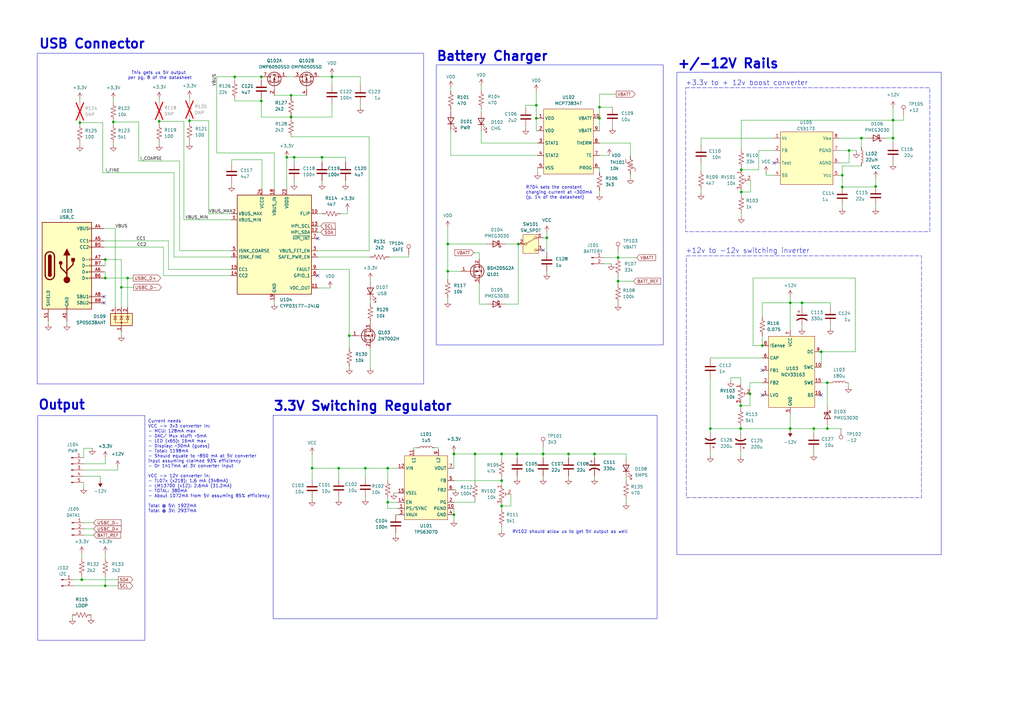
<source format=kicad_sch>
(kicad_sch (version 20231120) (generator "eeschema") (generator_version "8.0")
  (paper "A3")
  (junction (at 212.09 186.182))
  (junction (at 49.784 117.856))
  (junction (at 336.804 144.272))
  (junction (at 304.038 78.74))
  (junction (at 138.938 192.024))
  (junction (at 43.18 114.046))
  (junction (at 307.594 161.544))
  (junction (at 328.93 124.206))
  (junction (at 32.766 50.292))
  (junction (at 245.872 43.942))
  (junction (at 243.84 186.182))
  (junction (at 96.266 31.496))
  (junction (at 253.492 115.316))
  (junction (at 186.182 211.074))
  (junction (at 205.74 207.518))
  (junction (at 77.724 49.53))
  (junction (at 107.188 41.402))
  (junction (at 212.598 100.076))
  (junction (at 224.282 97.536))
  (junction (at 303.784 175.768))
  (junction (at 194.818 186.182))
  (junction (at 46.482 50.038))
  (junction (at 339.344 175.768))
  (junction (at 345.44 71.882))
  (junction (at 143.256 137.668))
  (junction (at 136.144 31.496))
  (junction (at 333.756 175.768))
  (junction (at 159.004 205.994))
  (junction (at 33.528 237.744))
  (junction (at 117.602 64.516))
  (junction (at 119.38 48.006))
  (junction (at 52.324 114.046))
  (junction (at 359.156 76.454))
  (junction (at 119.38 39.116))
  (junction (at 205.74 197.104))
  (junction (at 159.004 192.024))
  (junction (at 339.344 156.972))
  (junction (at 366.268 49.276))
  (junction (at 366.268 56.642))
  (junction (at 348.234 61.722))
  (junction (at 303.784 166.37))
  (junction (at 149.86 192.024))
  (junction (at 312.674 141.732))
  (junction (at 205.74 186.182))
  (junction (at 304.038 69.596))
  (junction (at 353.314 56.642))
  (junction (at 291.338 175.768))
  (junction (at 324.104 124.206))
  (junction (at 43.18 106.426))
  (junction (at 245.872 48.514))
  (junction (at 128.016 192.024))
  (junction (at 65.278 49.784))
  (junction (at 253.492 105.664))
  (junction (at 324.104 175.768))
  (junction (at 183.642 111.252))
  (junction (at 219.964 48.514))
  (junction (at 345.44 76.708))
  (junction (at 43.18 240.284))
  (junction (at 183.642 100.076))
  (junction (at 219.964 43.18))
  (junction (at 107.188 31.496))
  (junction (at 120.65 64.516))
  (junction (at 233.172 186.182))
  (junction (at 222.758 186.182))
  (junction (at 132.08 64.516))
  (junction (at 186.182 186.182))
  (no_connect (at 222.758 102.616))
  (no_connect (at 42.672 121.666))
  (no_connect (at 312.674 151.892))
  (no_connect (at 42.672 124.206))
  (no_connect (at 336.804 162.052))
  (no_connect (at 130.302 113.03))
  (no_connect (at 312.674 162.052))
  (no_connect (at 317.5 66.802))
  (no_connect (at 130.302 97.79))
  (wire (pts (xy 205.74 206.502) (xy 205.74 207.518)))
  (wire (pts (xy 243.84 187.706) (xy 243.84 186.182)))
  (wire (pts (xy 304.038 78.74) (xy 304.038 79.756)))
  (wire (pts (xy 340.614 124.206) (xy 340.614 125.984)))
  (wire (pts (xy 33.528 226.822) (xy 33.528 228.854)))
  (wire (pts (xy 96.266 41.402) (xy 107.188 41.402)))
  (wire (pts (xy 328.93 124.206) (xy 340.614 124.206)))
  (wire (pts (xy 47.244 93.726) (xy 47.244 125.984)))
  (wire (pts (xy 212.598 100.076) (xy 212.598 124.714)))
  (wire (pts (xy 205.74 195.834) (xy 205.74 197.104)))
  (wire (pts (xy 130.302 92.71) (xy 131.572 92.71)))
  (wire (pts (xy 215.646 51.816) (xy 215.646 52.578)))
  (wire (pts (xy 32.766 50.292) (xy 32.766 51.054)))
  (wire (pts (xy 212.598 124.714) (xy 207.264 124.714)))
  (wire (pts (xy 339.344 156.972) (xy 340.36 156.972)))
  (wire (pts (xy 112.522 77.47) (xy 112.522 62.738)))
  (wire (pts (xy 128.016 186.182) (xy 128.016 192.024)))
  (wire (pts (xy 324.104 124.206) (xy 324.104 135.382)))
  (wire (pts (xy 119.38 47.498) (xy 119.38 48.006)))
  (wire (pts (xy 345.44 76.708) (xy 345.44 71.882)))
  (wire (pts (xy 299.72 154.94) (xy 299.72 156.21)))
  (wire (pts (xy 304.038 49.276) (xy 366.268 49.276)))
  (wire (pts (xy 339.344 175.768) (xy 333.756 175.768)))
  (wire (pts (xy 96.266 40.64) (xy 96.266 41.402)))
  (wire (pts (xy 344.17 56.642) (xy 353.314 56.642)))
  (wire (pts (xy 32.766 50.292) (xy 42.164 50.292)))
  (wire (pts (xy 183.642 122.174) (xy 183.642 123.444)))
  (wire (pts (xy 287.528 67.056) (xy 287.528 70.104)))
  (wire (pts (xy 42.164 70.866) (xy 71.374 70.866)))
  (wire (pts (xy 353.314 56.642) (xy 355.6 56.642)))
  (wire (pts (xy 340.614 133.604) (xy 340.614 134.62)))
  (wire (pts (xy 314.198 70.866) (xy 314.198 71.882)))
  (wire (pts (xy 112.522 39.116) (xy 119.38 39.116)))
  (wire (pts (xy 77.724 57.912) (xy 77.724 58.674)))
  (wire (pts (xy 215.646 44.196) (xy 215.646 43.18)))
  (wire (pts (xy 222.758 97.536) (xy 224.282 97.536)))
  (wire (pts (xy 253.492 105.664) (xy 261.112 105.664)))
  (wire (pts (xy 353.314 68.072) (xy 345.44 68.072)))
  (wire (pts (xy 186.182 208.534) (xy 186.182 211.074)))
  (wire (pts (xy 34.544 216.916) (xy 38.354 216.916)))
  (wire (pts (xy 291.338 147.32) (xy 291.338 146.812)))
  (wire (pts (xy 245.872 43.942) (xy 251.206 43.942)))
  (wire (pts (xy 147.828 35.052) (xy 147.828 31.496)))
  (wire (pts (xy 67.056 113.03) (xy 67.056 101.346)))
  (wire (pts (xy 344.17 71.882) (xy 345.44 71.882)))
  (wire (pts (xy 52.324 125.984) (xy 52.324 114.046)))
  (wire (pts (xy 207.264 100.076) (xy 212.598 100.076)))
  (wire (pts (xy 37.338 252.222) (xy 37.338 253.238)))
  (wire (pts (xy 197.358 35.052) (xy 197.358 37.084)))
  (wire (pts (xy 307.848 73.914) (xy 307.848 78.74)))
  (wire (pts (xy 212.09 186.182) (xy 205.74 186.182)))
  (wire (pts (xy 324.104 175.768) (xy 324.104 176.53)))
  (wire (pts (xy 32.766 58.674) (xy 32.766 59.436)))
  (wire (pts (xy 138.938 192.024) (xy 149.86 192.024)))
  (wire (pts (xy 143.256 150.368) (xy 143.256 150.876)))
  (wire (pts (xy 312.674 130.048) (xy 312.674 124.206)))
  (wire (pts (xy 184.912 53.34) (xy 184.912 63.754)))
  (wire (pts (xy 183.642 100.076) (xy 199.644 100.076)))
  (wire (pts (xy 178.562 183.642) (xy 179.832 183.642)))
  (wire (pts (xy 43.18 114.046) (xy 42.672 114.046)))
  (wire (pts (xy 256.794 204.724) (xy 256.794 206.248)))
  (wire (pts (xy 253.492 124.206) (xy 253.492 124.714)))
  (wire (pts (xy 77.724 49.53) (xy 77.724 50.292)))
  (wire (pts (xy 366.268 49.276) (xy 366.268 56.642)))
  (wire (pts (xy 258.572 71.628) (xy 258.572 72.898)))
  (wire (pts (xy 312.674 156.972) (xy 307.594 156.972)))
  (wire (pts (xy 73.66 102.87) (xy 73.66 66.04)))
  (wire (pts (xy 370.586 49.276) (xy 366.268 49.276)))
  (wire (pts (xy 247.65 108.204) (xy 250.698 108.204)))
  (wire (pts (xy 194.818 186.182) (xy 186.182 186.182)))
  (wire (pts (xy 27.432 131.826) (xy 27.432 132.842)))
  (wire (pts (xy 119.38 48.006) (xy 119.38 48.514)))
  (wire (pts (xy 42.672 106.426) (xy 43.18 106.426)))
  (wire (pts (xy 65.278 49.784) (xy 65.278 50.8)))
  (wire (pts (xy 151.892 123.19) (xy 151.892 124.46)))
  (wire (pts (xy 32.766 49.53) (xy 32.766 50.292)))
  (wire (pts (xy 339.344 166.624) (xy 339.344 156.972)))
  (wire (pts (xy 222.758 195.326) (xy 222.758 196.088)))
  (wire (pts (xy 46.482 58.674) (xy 46.482 59.436)))
  (wire (pts (xy 49.784 117.856) (xy 49.784 106.426)))
  (wire (pts (xy 245.872 78.232) (xy 245.872 79.502)))
  (wire (pts (xy 107.188 31.496) (xy 107.442 31.496)))
  (wire (pts (xy 96.266 31.496) (xy 107.188 31.496)))
  (wire (pts (xy 291.338 175.768) (xy 303.784 175.768)))
  (wire (pts (xy 169.672 183.642) (xy 169.672 184.404)))
  (wire (pts (xy 307.594 166.37) (xy 303.784 166.37)))
  (wire (pts (xy 251.206 51.562) (xy 251.206 52.324)))
  (wire (pts (xy 85.598 49.53) (xy 77.724 49.53)))
  (wire (pts (xy 304.038 68.834) (xy 304.038 69.596)))
  (wire (pts (xy 52.324 114.046) (xy 43.18 114.046)))
  (wire (pts (xy 42.672 93.726) (xy 47.244 93.726)))
  (wire (pts (xy 196.596 124.714) (xy 199.644 124.714)))
  (wire (pts (xy 142.494 87.63) (xy 142.494 86.106)))
  (wire (pts (xy 291.338 146.812) (xy 312.674 146.812)))
  (wire (pts (xy 151.892 114.554) (xy 151.892 115.57)))
  (wire (pts (xy 205.74 188.214) (xy 205.74 186.182)))
  (wire (pts (xy 304.038 69.596) (xy 304.038 70.104)))
  (wire (pts (xy 34.29 187.706) (xy 34.29 183.896)))
  (wire (pts (xy 307.594 156.972) (xy 307.594 161.544)))
  (wire (pts (xy 370.586 47.244) (xy 370.586 49.276)))
  (wire (pts (xy 130.302 118.11) (xy 135.382 118.11)))
  (wire (pts (xy 348.234 61.722) (xy 348.234 66.802)))
  (wire (pts (xy 43.18 106.426) (xy 43.18 108.966)))
  (wire (pts (xy 43.18 190.246) (xy 43.18 187.706)))
  (wire (pts (xy 344.932 175.768) (xy 339.344 175.768)))
  (wire (pts (xy 222.758 186.182) (xy 212.09 186.182)))
  (wire (pts (xy 77.724 39.878) (xy 77.724 41.148)))
  (wire (pts (xy 336.804 144.272) (xy 350.774 144.272)))
  (wire (pts (xy 73.66 66.04) (xy 56.896 66.04)))
  (wire (pts (xy 328.93 126.238) (xy 328.93 124.206)))
  (wire (pts (xy 224.282 97.536) (xy 224.282 103.632)))
  (wire (pts (xy 56.896 66.04) (xy 56.896 50.038)))
  (wire (pts (xy 151.384 102.87) (xy 130.302 102.87)))
  (wire (pts (xy 212.09 195.326) (xy 212.09 196.088)))
  (wire (pts (xy 32.766 40.64) (xy 32.766 41.91)))
  (wire (pts (xy 303.784 175.768) (xy 324.104 175.768)))
  (wire (pts (xy 304.038 87.376) (xy 304.038 88.9)))
  (wire (pts (xy 163.322 208.534) (xy 159.004 208.534)))
  (wire (pts (xy 344.17 61.722) (xy 348.234 61.722)))
  (wire (pts (xy 19.812 131.826) (xy 19.812 132.842)))
  (wire (pts (xy 245.872 68.834) (xy 245.872 70.612)))
  (wire (pts (xy 67.056 101.346) (xy 42.672 101.346)))
  (wire (pts (xy 43.18 240.284) (xy 48.514 240.284)))
  (wire (pts (xy 224.282 111.252) (xy 224.282 112.014)))
  (wire (pts (xy 138.938 192.024) (xy 138.938 196.342)))
  (wire (pts (xy 303.784 157.734) (xy 303.784 154.94)))
  (wire (pts (xy 94.996 74.93) (xy 94.996 75.946)))
  (wire (pts (xy 196.596 103.632) (xy 196.596 106.172)))
  (wire (pts (xy 333.756 185.166) (xy 333.756 186.182)))
  (wire (pts (xy 85.598 87.63) (xy 85.598 49.53)))
  (wire (pts (xy 159.004 205.994) (xy 163.322 205.994)))
  (wire (pts (xy 43.18 106.426) (xy 49.784 106.426)))
  (wire (pts (xy 287.528 59.436) (xy 287.528 56.642)))
  (wire (pts (xy 117.602 64.516) (xy 117.602 77.47)))
  (wire (pts (xy 112.522 62.738) (xy 88.9 62.738)))
  (wire (pts (xy 333.756 175.768) (xy 324.104 175.768)))
  (wire (pts (xy 183.642 93.218) (xy 183.642 100.076)))
  (wire (pts (xy 314.198 71.882) (xy 317.5 71.882)))
  (wire (pts (xy 159.004 204.47) (xy 159.004 205.994)))
  (wire (pts (xy 130.302 110.49) (xy 143.256 110.49)))
  (wire (pts (xy 350.774 144.272) (xy 350.774 114.046)))
  (wire (pts (xy 167.64 105.41) (xy 167.64 104.394)))
  (wire (pts (xy 186.182 205.994) (xy 194.818 205.994)))
  (wire (pts (xy 291.338 175.768) (xy 291.338 177.292)))
  (wire (pts (xy 65.278 49.276) (xy 65.278 49.784)))
  (wire (pts (xy 186.182 200.914) (xy 186.944 200.914)))
  (wire (pts (xy 194.818 197.612) (xy 194.818 186.182)))
  (wire (pts (xy 209.55 202.692) (xy 209.55 207.518)))
  (wire (pts (xy 151.384 56.134) (xy 151.384 102.87)))
  (wire (pts (xy 162.306 218.694) (xy 162.306 219.456)))
  (wire (pts (xy 311.15 69.596) (xy 304.038 69.596)))
  (wire (pts (xy 119.38 56.134) (xy 151.384 56.134)))
  (wire (pts (xy 183.642 100.076) (xy 183.642 111.252)))
  (wire (pts (xy 43.18 108.966) (xy 42.672 108.966)))
  (wire (pts (xy 363.22 56.642) (xy 366.268 56.642)))
  (wire (pts (xy 136.144 31.496) (xy 136.144 35.052)))
  (wire (pts (xy 94.996 67.31) (xy 94.996 65.532)))
  (wire (pts (xy 139.7 87.63) (xy 142.494 87.63)))
  (wire (pts (xy 317.5 61.722) (xy 311.15 61.722)))
  (wire (pts (xy 34.544 214.376) (xy 38.354 214.376)))
  (wire (pts (xy 196.596 116.332) (xy 196.596 124.714)))
  (wire (pts (xy 184.912 35.814) (xy 184.912 37.338)))
  (wire (pts (xy 30.226 240.284) (xy 43.18 240.284)))
  (wire (pts (xy 144.272 137.668) (xy 143.256 137.668)))
  (wire (pts (xy 65.278 58.42) (xy 65.278 59.182)))
  (wire (pts (xy 351.282 62.23) (xy 351.282 61.722)))
  (wire (pts (xy 353.314 56.642) (xy 353.314 60.452)))
  (wire (pts (xy 46.482 49.53) (xy 46.482 50.038)))
  (wire (pts (xy 130.81 31.496) (xy 136.144 31.496)))
  (wire (pts (xy 245.872 43.942) (xy 245.872 48.514)))
  (wire (pts (xy 291.338 184.912) (xy 291.338 186.944)))
  (wire (pts (xy 209.55 207.518) (xy 205.74 207.518)))
  (wire (pts (xy 359.156 76.454) (xy 359.156 76.708)))
  (wire (pts (xy 94.742 113.03) (xy 67.056 113.03)))
  (wire (pts (xy 233.172 186.182) (xy 222.758 186.182)))
  (wire (pts (xy 107.188 31.496) (xy 107.188 32.766)))
  (wire (pts (xy 308.864 114.046) (xy 308.864 141.732)))
  (wire (pts (xy 253.492 115.316) (xy 253.492 116.586)))
  (wire (pts (xy 128.016 192.024) (xy 128.016 196.596)))
  (wire (pts (xy 141.732 66.548) (xy 141.732 64.516)))
  (wire (pts (xy 243.84 186.182) (xy 233.172 186.182)))
  (wire (pts (xy 179.832 183.642) (xy 179.832 184.404)))
  (wire (pts (xy 94.742 87.63) (xy 85.598 87.63)))
  (wire (pts (xy 43.18 111.506) (xy 42.672 111.506)))
  (wire (pts (xy 194.31 103.632) (xy 196.596 103.632)))
  (wire (pts (xy 107.442 65.532) (xy 107.442 77.47)))
  (wire (pts (xy 184.912 63.754) (xy 220.472 63.754)))
  (wire (pts (xy 308.864 141.732) (xy 312.674 141.732)))
  (wire (pts (xy 88.9 31.496) (xy 88.9 62.738)))
  (wire (pts (xy 33.528 237.744) (xy 48.514 237.744)))
  (wire (pts (xy 159.512 105.41) (xy 167.64 105.41)))
  (wire (pts (xy 245.872 48.514) (xy 245.872 53.594)))
  (wire (pts (xy 69.088 110.49) (xy 69.088 98.806)))
  (wire (pts (xy 186.182 185.42) (xy 186.182 186.182)))
  (wire (pts (xy 94.742 102.87) (xy 73.66 102.87)))
  (wire (pts (xy 197.358 53.594) (xy 197.358 58.674)))
  (wire (pts (xy 107.188 48.006) (xy 107.188 41.402)))
  (wire (pts (xy 48.26 192.786) (xy 48.26 191.516)))
  (wire (pts (xy 159.004 192.024) (xy 163.322 192.024)))
  (wire (pts (xy 130.302 87.63) (xy 132.08 87.63)))
  (wire (pts (xy 312.674 137.668) (xy 312.674 141.732)))
  (wire (pts (xy 212.09 187.706) (xy 212.09 186.182)))
  (wire (pts (xy 324.104 169.672) (xy 324.104 175.768)))
  (wire (pts (xy 159.004 192.024) (xy 159.004 196.85)))
  (wire (pts (xy 258.572 58.674) (xy 258.572 64.008)))
  (wire (pts (xy 205.74 197.104) (xy 205.74 198.882)))
  (wire (pts (xy 253.492 115.316) (xy 259.842 115.316)))
  (wire (pts (xy 56.896 50.038) (xy 46.482 50.038)))
  (wire (pts (xy 54.61 114.046) (xy 52.324 114.046)))
  (wire (pts (xy 303.784 185.166) (xy 303.784 187.198)))
  (wire (pts (xy 46.482 40.64) (xy 46.482 41.91)))
  (wire (pts (xy 350.774 114.046) (xy 308.864 114.046)))
  (wire (pts (xy 253.492 103.378) (xy 253.492 105.664)))
  (wire (pts (xy 43.18 111.506) (xy 43.18 114.046)))
  (wire (pts (xy 143.256 137.668) (xy 143.256 142.748)))
  (wire (pts (xy 96.266 31.496) (xy 96.266 33.02)))
  (wire (pts (xy 247.65 105.664) (xy 253.492 105.664)))
  (wire (pts (xy 151.892 105.41) (xy 130.302 105.41)))
  (wire (pts (xy 348.234 66.802) (xy 344.17 66.802)))
  (wire (pts (xy 132.08 64.516) (xy 132.08 66.548)))
  (wire (pts (xy 224.282 95.25) (xy 224.282 97.536)))
  (wire (pts (xy 119.38 48.006) (xy 107.188 48.006)))
  (wire (pts (xy 256.794 186.182) (xy 243.84 186.182)))
  (wire (pts (xy 138.938 203.962) (xy 138.938 204.724)))
  (wire (pts (xy 30.226 237.744) (xy 33.528 237.744)))
  (wire (pts (xy 119.38 39.116) (xy 125.73 39.116)))
  (wire (pts (xy 75.438 49.784) (xy 65.278 49.784)))
  (wire (pts (xy 324.104 121.666) (xy 324.104 124.206)))
  (wire (pts (xy 49.784 117.856) (xy 54.864 117.856)))
  (wire (pts (xy 245.872 63.754) (xy 249.936 63.754)))
  (wire (pts (xy 149.86 203.708) (xy 149.86 204.47)))
  (wire (pts (xy 197.358 44.704) (xy 197.358 45.974)))
  (wire (pts (xy 347.98 156.972) (xy 347.98 158.496)))
  (wire (pts (xy 161.544 202.184) (xy 163.322 202.184)))
  (wire (pts (xy 345.44 76.708) (xy 359.156 76.708)))
  (wire (pts (xy 112.522 123.19) (xy 112.522 124.46)))
  (wire (pts (xy 188.976 111.252) (xy 183.642 111.252)))
  (wire (pts (xy 170.942 183.642) (xy 169.672 183.642)))
  (wire (pts (xy 33.528 236.474) (xy 33.528 237.744)))
  (wire (pts (xy 339.344 174.244) (xy 339.344 175.768)))
  (wire (pts (xy 130.302 95.25) (xy 131.572 95.25)))
  (wire (pts (xy 303.784 154.94) (xy 299.72 154.94)))
  (wire (pts (xy 184.912 44.958) (xy 184.912 45.72)))
  (wire (pts (xy 252.73 38.608) (xy 245.872 38.608)))
  (wire (pts (xy 94.996 65.532) (xy 107.442 65.532)))
  (wire (pts (xy 128.016 204.216) (xy 128.016 204.978)))
  (wire (pts (xy 162.306 211.074) (xy 163.322 211.074)))
  (wire (pts (xy 71.374 105.41) (xy 94.742 105.41)))
  (wire (pts (xy 141.732 74.168) (xy 141.732 75.184)))
  (wire (pts (xy 197.358 58.674) (xy 220.472 58.674)))
  (wire (pts (xy 233.172 195.326) (xy 233.172 196.088)))
  (wire (pts (xy 222.758 187.706) (xy 222.758 186.182)))
  (wire (pts (xy 147.828 31.496) (xy 136.144 31.496)))
  (wire (pts (xy 345.44 84.328) (xy 345.44 85.344)))
  (wire (pts (xy 312.674 124.206) (xy 324.104 124.206)))
  (wire (pts (xy 151.892 132.08) (xy 151.892 132.588)))
  (wire (pts (xy 219.964 53.594) (xy 220.472 53.594)))
  (wire (pts (xy 351.282 61.722) (xy 348.234 61.722)))
  (wire (pts (xy 291.338 154.94) (xy 291.338 175.768)))
  (wire (pts (xy 194.818 205.994) (xy 194.818 205.232)))
  (wire (pts (xy 215.646 43.18) (xy 219.964 43.18)))
  (wire (pts (xy 69.088 98.806) (xy 42.672 98.806)))
  (wire (pts (xy 136.144 42.672) (xy 136.144 48.006)))
  (wire (pts (xy 136.144 30.734) (xy 136.144 31.496)))
  (wire (pts (xy 345.44 68.072) (xy 345.44 71.882)))
  (wire (pts (xy 120.65 64.516) (xy 120.65 66.548)))
  (wire (pts (xy 220.472 68.834) (xy 220.472 70.866)))
  (wire (pts (xy 49.784 125.984) (xy 49.784 117.856)))
  (wire (pts (xy 307.848 78.74) (xy 304.038 78.74)))
  (wire (pts (xy 303.784 175.006) (xy 303.784 175.768)))
  (wire (pts (xy 34.29 197.866) (xy 34.29 199.898)))
  (wire (pts (xy 245.872 38.608) (xy 245.872 43.942)))
  (wire (pts (xy 256.794 197.104) (xy 256.794 195.834)))
  (wire (pts (xy 333.756 175.768) (xy 333.756 177.546)))
  (wire (pts (xy 219.964 37.338) (xy 219.964 43.18)))
  (wire (pts (xy 88.9 31.496) (xy 96.266 31.496)))
  (wire (pts (xy 205.74 186.182) (xy 194.818 186.182)))
  (wire (pts (xy 303.784 166.37) (xy 303.784 167.386)))
  (wire (pts (xy 253.492 113.284) (xy 253.492 115.316)))
  (wire (pts (xy 43.18 236.474) (xy 43.18 240.284)))
  (wire (pts (xy 303.784 175.768) (xy 303.784 177.546)))
  (wire (pts (xy 186.182 197.104) (xy 205.74 197.104)))
  (wire (pts (xy 219.964 48.514) (xy 219.964 53.594)))
  (wire (pts (xy 77.724 48.768) (xy 77.724 49.53)))
  (wire (pts (xy 117.602 31.496) (xy 120.65 31.496)))
  (wire (pts (xy 151.892 142.748) (xy 151.892 150.876)))
  (wire (pts (xy 366.268 66.294) (xy 366.268 67.056)))
  (wire (pts (xy 34.29 192.786) (xy 48.26 192.786)))
  (wire (pts (xy 336.804 144.272) (xy 336.804 150.622)))
  (wire (pts (xy 186.182 211.074) (xy 186.182 213.36)))
  (wire (pts (xy 34.29 183.896) (xy 37.846 183.896)))
  (wire (pts (xy 245.872 58.674) (xy 258.572 58.674)))
  (wire (pts (xy 132.08 74.168) (xy 132.08 75.184)))
  (wire (pts (xy 339.344 156.972) (xy 336.804 156.972)))
  (wire (pts (xy 219.964 48.514) (xy 220.472 48.514)))
  (wire (pts (xy 34.29 190.246) (xy 43.18 190.246)))
  (wire (pts (xy 75.438 49.784) (xy 75.438 90.17)))
  (wire (pts (xy 233.172 187.706) (xy 233.172 186.182)))
  (wire (pts (xy 303.784 165.354) (xy 303.784 166.37)))
  (wire (pts (xy 141.732 64.516) (xy 132.08 64.516)))
  (wire (pts (xy 159.004 205.994) (xy 159.004 208.534)))
  (wire (pts (xy 43.18 226.822) (xy 43.18 228.854)))
  (wire (pts (xy 128.016 192.024) (xy 138.938 192.024)))
  (wire (pts (xy 287.528 56.642) (xy 317.5 56.642)))
  (wire (pts (xy 359.156 84.074) (xy 359.156 85.344)))
  (wire (pts (xy 149.86 192.024) (xy 149.86 196.088)))
  (wire (pts (xy 147.828 42.672) (xy 147.828 43.942)))
  (wire (pts (xy 366.268 56.642) (xy 366.268 58.674)))
  (wire (pts (xy 243.84 195.326) (xy 243.84 196.088)))
  (wire (pts (xy 41.148 195.326) (xy 41.148 197.104)))
  (wire (pts (xy 132.08 64.516) (xy 120.65 64.516)))
  (wire (pts (xy 186.182 186.182) (xy 186.182 192.024)))
  (wire (pts (xy 205.74 216.154) (xy 205.74 217.678)))
  (wire (pts (xy 65.278 40.386) (xy 65.278 41.656)))
  (wire (pts (xy 75.438 90.17) (xy 94.742 90.17)))
  (wire (pts (xy 366.268 44.196) (xy 366.268 49.276)))
  (wire (pts (xy 359.156 72.898) (xy 359.156 76.454)))
  (wire (pts (xy 328.93 133.858) (xy 328.93 134.62)))
  (wire (pts (xy 219.964 43.18) (xy 219.964 48.514)))
  (wire (pts (xy 324.104 124.206) (xy 328.93 124.206)))
  (wire (pts (xy 71.374 70.866) (xy 71.374 105.41)))
  (wire (pts (xy 136.144 48.006) (xy 119.38 48.006)))
  (wire (pts (xy 94.742 110.49) (xy 69.088 110.49)))
  (wire (pts (xy 143.256 110.49) (xy 143.256 137.668)))
  (wire (pts (xy 183.642 111.252) (xy 183.642 114.554)))
  (wire (pts (xy 42.164 50.292) (xy 42.164 70.866)))
  (wire (pts (xy 46.482 50.038) (xy 46.482 51.054)))
  (wire (pts (xy 120.65 64.516) (xy 117.602 64.516)))
  (wire (pts (xy 222.758 183.388) (xy 222.758 186.182)))
  (wire (pts (xy 119.38 39.116) (xy 119.38 39.878)))
  (wire (pts (xy 311.15 61.722) (xy 311.15 69.596)))
  (wire (pts (xy 34.29 195.326) (xy 41.148 195.326)))
  (wire (pts (xy 287.528 77.724) (xy 287.528 79.248)))
  (wire (pts (xy 307.594 161.544) (xy 307.594 166.37)))
  (wire (pts (xy 304.038 77.724) (xy 304.038 78.74)))
  (wire (pts (xy 256.794 188.214) (xy 256.794 186.182)))
  (wire (pts (xy 344.932 176.022) (xy 344.932 175.768)))
  (wire (pts (xy 49.784 136.144) (xy 49.784 137.414)))
  (wire (pts (xy 120.65 74.168) (xy 120.65 75.184)))
  (wire (pts (xy 205.74 207.518) (xy 205.74 208.534)))
  (wire (pts (xy 304.038 61.214) (xy 304.038 49.276)))
  (wire (pts (xy 107.188 41.402) (xy 107.188 40.386)))
  (wire (pts (xy 34.544 219.456) (xy 38.354 219.456)))
  (wire (pts (xy 149.86 192.024) (xy 159.004 192.024)))
  (wire (pts (xy 29.718 252.222) (xy 29.718 253.492)))
  (rectangle (start 277.622 29.6418) (end 386.08 227.457))
  (rectangle (start 281.178 35.9918) (end 381.381 94.996) (stroke (width 0) (type dash)))
  (rectangle (start 281.5082 104.9528) (end 377.952 204.089) (stroke (width 0) (type dash)))
  (rectangle (start 15.24 21.844) (end 173.736 157.48))
  (rectangle (start 15.494 170.434) (end 59.436 262.636))
  (rectangle (start 178.8922 26.6192) (end 272.034 141.478))
  (rectangle (start 112.014 170.3324) (end 269.494 253.746))
  (text "This gets us 5V output \nper pg. 8 of the datasheet" (at 65.532 30.988 0) (effects (font (size 1.27 1.27))))
  (text "3.3V Switching Regulator" (at 112.014 168.91 0) (effects (font (size 3.81 3.81) (thickness 0.762) (bold yes)) (justify left bottom)))
  (text "Current needs\nVCC -> 3v3 converter in:\n- MCU: 128mA max\n- DAC/ Mux stuff: ~5mA\n- LED (x65): 16mA max\n- Display: ~30mA (guess)\n- Total: 1198mA\n- Should equate to ~850 mA at 5V converter\ninput assuming claimed 93% efficiency\n- Or 1417mA at 3V converter input\n\nVCC -> 12V converter in:\n- TL07x (x218): 1.6 mA (348mA)\n- LM13700 (x12): 2.6mA (31.2mA)\n- TOTAL: 380mA \n- About 1072mA from 5V assuming 85% efficiency\n\nTotal @ 5V: 1922mA\nTotal @ 3V: 2937mA" (at 60.706 191.262 0) (effects (font (size 1.27 1.27)) (justify left)))
  (text "RV102 should allow us to get 5V output as well" (at 210.058 218.186 0) (effects (font (size 1.27 1.27)) (justify left)))
  (text "R704 sets the constant\ncharging current at ~300mA\n(p. 14 of the datasheet)" (at 215.646 81.788 0) (effects (font (size 1.27 1.27)) (justify left bottom)))
  (text "Output" (at 15.494 168.402 0) (effects (font (size 3.81 3.81) (thickness 0.762) (bold yes)) (justify left bottom)))
  (text "Battery Charger" (at 178.816 25.4 0) (effects (font (size 3.81 3.81) (thickness 0.762) (bold yes)) (justify left bottom)))
  (text "USB Connector" (at 15.748 20.32 0) (effects (font (size 3.81 3.81) (thickness 0.762) (bold yes)) (justify left bottom)))
  (text "+12v to -12v switching inverter" (at 281.178 104.14 0) (effects (font (size 2.032 2.032)) (justify left bottom)))
  (text "+3.3v to + 12v boost converter" (at 281.178 35.306 0) (effects (font (size 2.032 2.032)) (justify left bottom)))
  (text "+/-12V Rails" (at 277.622 28.448 0) (effects (font (size 3.81 3.81) (thickness 0.762) (bold yes)) (justify left bottom)))
  (label "VBUS_MAX" (at 85.598 87.63 0))
  (label "VBUS" (at 47.244 93.726 0))
  (label "CC2" (at 56.134 101.346 0))
  (label "CC1" (at 55.88 98.806 0))
  (label "VBUS_MIN" (at 75.946 90.17 0))
  (label "VBUS" (at 88.9 35.306 90))
  (label "I_COARSE" (at 57.404 66.04 0))
  (label "I_FINE" (at 43.18 70.866 0))
  (global_label "VBATT" (shape output) (at 252.73 38.608 0) (property "Intersheetrefs" "${INTERSHEET_REFS}" (effects (hide yes))))
  (global_label "SCL" (shape output) (at 48.514 240.284 0) (property "Intersheetrefs" "${INTERSHEET_REFS}" (effects (hide yes))))
  (global_label "USBC_D-" (shape input) (at 38.354 214.376 0) (property "Intersheetrefs" "${INTERSHEET_REFS}" (effects (hide yes))))
  (global_label "BATT_REF" (shape input) (at 259.842 115.316 0) (property "Intersheetrefs" "${INTERSHEET_REFS}" (effects (hide yes))))
  (global_label "VBATT" (shape input) (at 194.31 103.632 180) (property "Intersheetrefs" "${INTERSHEET_REFS}" (effects (hide yes))))
  (global_label "BATT_REF" (shape input) (at 38.354 219.456 0) (property "Intersheetrefs" "${INTERSHEET_REFS}" (effects (hide yes))))
  (global_label "USBC_D+" (shape input) (at 38.354 216.916 0) (property "Intersheetrefs" "${INTERSHEET_REFS}" (effects (hide yes))))
  (global_label "VBATT" (shape input) (at 261.112 105.664 0) (property "Intersheetrefs" "${INTERSHEET_REFS}" (effects (hide yes))))
  (global_label "USBC_D+" (shape output) (at 54.61 114.046 0) (property "Intersheetrefs" "${INTERSHEET_REFS}" (effects (hide yes))))
  (global_label "SDA" (shape output) (at 48.514 237.744 0) (property "Intersheetrefs" "${INTERSHEET_REFS}" (effects (hide yes))))
  (global_label "SCL" (shape input) (at 131.572 92.71 0) (property "Intersheetrefs" "${INTERSHEET_REFS}" (effects (hide yes))))
  (global_label "SDA" (shape input) (at 131.572 95.25 0) (property "Intersheetrefs" "${INTERSHEET_REFS}" (effects (hide yes))))
  (global_label "USBC_D-" (shape output) (at 54.864 117.856 0) (property "Intersheetrefs" "${INTERSHEET_REFS}" (effects (hide yes))))
  (symbol (lib_id "power:GND") (at 347.98 158.496 0) (unit 1)
    (property "Reference" "#PWR0135" (effects (hide yes)))
    (property "Value" "GND" (effects (hide yes)))
  )
  (symbol (lib_id "Device:R_US") (at 205.74 192.024 0) (unit 1)
    (property "Reference" "R105" (at 199.644 190.754 0) (effects (justify left)))
    (property "Value" "47k" (at 199.644 193.294 0) (effects (justify left)))
    (property "Footprint" "Resistor_SMD:R_0805_2012Metric" (effects (hide yes)))
  )
  (symbol (lib_id "power:GND") (at 161.544 202.184 0) (unit 1)
    (property "Reference" "#PWR0101" (effects (hide yes)))
    (property "Value" "GND" (effects (hide yes)))
  )
  (symbol (lib_id "Device:R_Potentiometer_Trim_US") (at 304.038 73.914 0) (unit 1)
    (property "Reference" "RV101" (at 301.752 72.6439 0) (effects (justify right)))
    (property "Value" "10k" (at 301.752 75.1839 0) (effects (justify right)))
    (property "Footprint" "Potentiometer_THT:Potentiometer_Bourns_3296W_Vertical" (effects (hide yes)))
    (property "Description" "Trim-potentiometer, US symbol" (effects (hide yes)))
  )
  (symbol (lib_id "Device:L") (at 353.314 64.262 0) (unit 1)
    (property "Reference" "L102" (at 354.965 62.992 0) (effects (justify left)))
    (property "Value" "22uH" (at 354.965 65.532 0) (effects (justify left)))
    (property "Footprint" "Inductor_SMD:L_Changjiang_FNR4010S" (effects (hide yes)))
  )
  (symbol (lib_id "Battery_Management:MCP73834T") (at 238.252 65.024 0) (unit 1)
    (property "Reference" "U102" (at 233.172 39.878 0))
    (property "Value" "MCP73834T" (at 233.172 42.418 0))
    (property "Footprint" "Package_SO:MSOP-10_3x3mm_P0.5mm" (effects (hide yes)))
  )
  (symbol (lib_id "Device:R_US") (at 96.266 36.83 0) (unit 1)
    (property "Reference" "R126" (at 89.662 35.306 0) (effects (justify left)))
    (property "Value" "22k" (at 89.662 37.846 0) (effects (justify left)))
    (property "Footprint" "Resistor_SMD:R_0805_2012Metric" (effects (hide yes)))
    (property "Description" "Resistor, US symbol" (effects (hide yes)))
  )
  (symbol (lib_id "Device:C_Polarized_US") (at 328.93 130.048 0) (unit 1)
    (property "Reference" "C113" (at 332.486 128.1429 0) (effects (justify left)))
    (property "Value" "330u" (at 332.486 130.6829 0) (effects (justify left)))
    (property "Footprint" "Capacitor_THT:CP_Radial_D5.0mm_P2.50mm" (effects (hide yes)))
    (property "Description" "Polarized capacitor, US symbol" (effects (hide yes)))
  )
  (symbol (lib_id "Device:R_US") (at 253.492 120.396 0) (unit 1)
    (property "Reference" "R108" (at 255.397 119.126 0) (effects (justify left)))
    (property "Value" "100k" (at 255.397 121.666 0) (effects (justify left)))
    (property "Footprint" "Resistor_SMD:R_0805_2012Metric" (effects (hide yes)))
  )
  (symbol (lib_id "Device:R_US") (at 43.18 232.664 0) (unit 1)
    (property "Reference" "R133" (at 45.72 231.3939 0) (effects (justify left)))
    (property "Value" "2k2" (at 45.72 233.9339 0) (effects (justify left)))
    (property "Footprint" "Resistor_SMD:R_0805_2012Metric" (effects (hide yes)))
  )
  (symbol (lib_id "Device:LED") (at 256.794 192.024 90) (unit 1)
    (property "Reference" "D108" (at 260.35 192.3414 90) (effects (justify right)))
    (property "Value" "SMPS" (at 260.35 194.8814 90) (effects (justify right)))
    (property "Footprint" "LED_THT:LED_D3.0mm" (effects (hide yes)))
  )
  (symbol (lib_id "Device:C") (at 132.08 70.358 0) (mirror y) (unit 1)
    (property "Reference" "C119" (at 134.366 69.088 0) (effects (justify right)))
    (property "Value" "100n" (at 134.366 71.628 0) (effects (justify right)))
    (property "Footprint" "Capacitor_SMD:C_0805_2012Metric" (effects (hide yes)))
  )
  (symbol (lib_id "power:GND") (at 243.84 196.088 0) (mirror y) (unit 1)
    (property "Reference" "#PWR0122" (effects (hide yes)))
    (property "Value" "GND" (effects (hide yes)))
  )
  (symbol (lib_id "Device:C_Polarized_US") (at 303.784 181.356 180) (unit 1)
    (property "Reference" "C125" (at 307.848 180.7209 0) (effects (justify right)))
    (property "Value" "220u" (at 307.848 183.2609 0) (effects (justify right)))
    (property "Footprint" "Capacitor_THT:CP_Radial_D5.0mm_P2.50mm" (effects (hide yes)))
    (property "Description" "Polarized capacitor, US symbol" (effects (hide yes)))
  )
  (symbol (lib_id "power:GND") (at 351.282 62.23 0) (unit 1)
    (property "Reference" "#PWR0140" (effects (hide yes)))
    (property "Value" "GND" (effects (hide yes)))
  )
  (symbol (lib_id "power:GND") (at 359.156 85.344 0) (mirror y) (unit 1)
    (property "Reference" "#PWR0142" (effects (hide yes)))
    (property "Value" "GND" (effects (hide yes)))
  )
  (symbol (lib_id "Connector:Conn_01x02_Pin") (at 25.146 237.744 0) (unit 1)
    (property "Reference" "J102" (at 25.781 232.918 0))
    (property "Value" "I2C" (at 25.781 235.458 0))
    (property "Footprint" "Connector_PinHeader_2.54mm:PinHeader_1x02_P2.54mm_Vertical" (effects (hide yes)))
    (property "Description" "Generic connector, single row, 01x02, script generated" (effects (hide yes)))
  )
  (symbol (lib_id "Device:C") (at 222.758 191.516 0) (mirror y) (unit 1)
    (property "Reference" "C107" (at 226.06 190.2459 0) (effects (justify right)))
    (property "Value" "22u" (at 226.06 192.7859 0) (effects (justify right)))
    (property "Footprint" "Capacitor_SMD:C_0805_2012Metric" (effects (hide yes)))
    (property "Description" "Unpolarized capacitor" (effects (hide yes)))
  )
  (symbol (lib_id "Device:R_US") (at 312.674 133.858 0) (unit 1)
    (property "Reference" "R116" (at 314.579 132.588 0) (effects (justify left)))
    (property "Value" "0.075" (at 314.579 135.128 0) (effects (justify left)))
    (property "Footprint" "Resistor_SMD:R_0805_2012Metric" (effects (hide yes)))
  )
  (symbol (lib_id "Device:C") (at 136.144 38.862 0) (mirror y) (unit 1)
    (property "Reference" "C122" (at 144.399 37.592 0) (effects (justify left)))
    (property "Value" "100n" (at 144.399 40.132 0) (effects (justify left)))
    (property "Footprint" "Capacitor_SMD:C_0805_2012Metric" (effects (hide yes)))
  )
  (symbol (lib_id "Switch:SW_SPDT") (at 217.678 100.076 0) (unit 1)
    (property "Reference" "SW101" (at 217.678 91.948 0))
    (property "Value" "SW_SPDT" (at 217.678 94.488 0))
    (property "Footprint" "Button_Switch_THT:SW_NKK_B12JH_SPDT" (effects (hide yes)))
    (property "Description" "Switch, single pole double throw" (effects (hide yes)))
  )
  (symbol (lib_id "power:GND") (at 65.278 59.182 0) (unit 1)
    (property "Reference" "#PWR0150" (effects (hide yes)))
    (property "Value" "GND" (effects (hide yes)))
  )
  (symbol (lib_id "Device:C") (at 107.188 36.576 0) (unit 1)
    (property "Reference" "C121" (at 98.933 35.306 0) (effects (justify left)))
    (property "Value" "4u7" (at 98.933 37.846 0) (effects (justify left)))
    (property "Footprint" "Capacitor_SMD:C_0805_2012Metric" (effects (hide yes)))
  )
  (symbol (lib_id "Device:R_US") (at 135.89 87.63 90) (unit 1)
    (property "Reference" "R114" (at 135.89 81.28 90))
    (property "Value" "4k7" (at 135.89 83.82 90))
    (property "Footprint" "Resistor_SMD:R_0805_2012Metric" (effects (hide yes)))
    (property "Description" "Resistor, US symbol" (effects (hide yes)))
  )
  (symbol (lib_id "power:VDD") (at 249.936 63.754 0) (unit 1)
    (property "Reference" "#PWR0123" (effects (hide yes)))
    (property "Value" "VDD" (at 252.73 63.754 0))
  )
  (symbol (lib_id "Device:C") (at 162.306 214.884 0) (unit 1)
    (property "Reference" "C104" (at 159.004 213.6139 0) (effects (justify right)))
    (property "Value" "100n" (at 159.004 216.1539 0) (effects (justify right)))
    (property "Footprint" "Capacitor_SMD:C_0805_2012Metric" (effects (hide yes)))
    (property "Description" "Unpolarized capacitor" (effects (hide yes)))
  )
  (symbol (lib_id "Device:R_Potentiometer_Trim_US") (at 303.784 161.544 0) (unit 1)
    (property "Reference" "RV103" (at 301.498 160.2739 0) (effects (justify right)))
    (property "Value" "10k" (at 301.498 162.8139 0) (effects (justify right)))
    (property "Footprint" "Potentiometer_THT:Potentiometer_Bourns_3296W_Vertical" (effects (hide yes)))
    (property "Description" "Trim-potentiometer, US symbol" (effects (hide yes)))
  )
  (symbol (lib_id "Regulator_Switching:TPS63070") (at 174.752 198.374 0) (unit 1)
    (property "Reference" "U101" (at 174.752 215.646 0))
    (property "Value" "TPS63070" (at 174.752 218.186 0))
    (property "Footprint" "Package_DFN_QFN:TXN_QFN15" (effects (hide yes)))
  )
  (symbol (lib_id "power:GND") (at 19.812 132.842 0) (mirror y) (unit 1)
    (property "Reference" "#PWR0157" (effects (hide yes)))
    (property "Value" "GND" (effects (hide yes)))
  )
  (symbol (lib_id "power:GND") (at 250.698 108.204 0) (unit 1)
    (property "Reference" "#PWR0121" (effects (hide yes)))
    (property "Value" "GND" (effects (hide yes)))
  )
  (symbol (lib_id "Device:C") (at 141.732 70.358 0) (mirror y) (unit 1)
    (property "Reference" "C120" (at 145.288 69.088 0) (effects (justify right)))
    (property "Value" "4u7" (at 145.288 71.628 0) (effects (justify right)))
    (property "Footprint" "Capacitor_SMD:C_0805_2012Metric" (effects (hide yes)))
  )
  (symbol (lib_id "power:GND") (at 253.492 124.714 0) (unit 1)
    (property "Reference" "#PWR0126" (effects (hide yes)))
    (property "Value" "GND" (effects (hide yes)))
  )
  (symbol (lib_id "Device:C") (at 333.756 181.356 0) (mirror y) (unit 1)
    (property "Reference" "C127" (at 342.011 180.086 0) (effects (justify left)))
    (property "Value" "10u" (at 342.011 182.626 0) (effects (justify left)))
    (property "Footprint" "Capacitor_SMD:C_0805_2012Metric" (effects (hide yes)))
  )
  (symbol (lib_id "Device:R_US") (at 77.724 54.102 0) (unit 1)
    (property "Reference" "R121" (at 80.01 52.8319 0) (effects (justify left)))
    (property "Value" "100" (at 80.01 55.3719 0) (effects (justify left)))
    (property "Footprint" "Resistor_SMD:R_0805_2012Metric" (effects (hide yes)))
    (property "Description" "Resistor, US symbol" (effects (hide yes)))
  )
  (symbol (lib_id "power:GND") (at 37.338 253.238 0) (mirror y) (unit 1)
    (property "Reference" "#PWR0169" (effects (hide yes)))
    (property "Value" "GND" (effects (hide yes)))
  )
  (symbol (lib_id "power:GND") (at 224.282 112.014 0) (unit 1)
    (property "Reference" "#PWR0179" (effects (hide yes)))
    (property "Value" "GND" (effects (hide yes)))
  )
  (symbol (lib_id "power:GND") (at 138.938 204.724 0) (unit 1)
    (property "Reference" "#PWR0104" (effects (hide yes)))
    (property "Value" "GND" (effects (hide yes)))
  )
  (symbol (lib_id "Connector:TestPoint") (at 222.758 183.388 0) (unit 1)
    (property "Reference" "TP101" (at 224.536 178.8159 0) (effects (justify left)))
    (property "Value" "3V3" (at 224.536 181.3559 0) (effects (justify left)))
    (property "Footprint" "TestPoint:TestPoint_THTPad_D1.0mm_Drill0.5mm_VAL" (effects (hide yes)))
  )
  (symbol (lib_id "power:GND") (at 94.996 75.946 0) (unit 1)
    (property "Reference" "#PWR0136" (effects (hide yes)))
    (property "Value" "GND" (effects (hide yes)))
  )
  (symbol (lib_id "power:GND") (at 183.642 123.444 0) (unit 1)
    (property "Reference" "#PWR0177" (effects (hide yes)))
    (property "Value" "GND" (effects (hide yes)))
  )
  (symbol (lib_id "power:GND") (at 222.758 196.088 0) (mirror y) (unit 1)
    (property "Reference" "#PWR0116" (effects (hide yes)))
    (property "Value" "GND" (effects (hide yes)))
  )
  (symbol (lib_id "Interface_USB:CYPD3177-24LQ") (at 112.522 100.33 0) (unit 1)
    (property "Reference" "U104" (at 114.7161 122.936 0) (effects (justify left)))
    (property "Value" "CYPD3177-24LQ" (at 114.7161 125.476 0) (effects (justify left)))
    (property "Footprint" "Package_DFN_QFN:QFN-24-1EP_4x4mm_P0.5mm_EP2.75x2.75mm" (effects (hide yes)))
    (property "Datasheet" "https://www.infineon.com/dgdl/Infineon-EZ-PD_BCR_Datasheet_USB_Type-C_Port_Controller_for_Power_Sinks-DataSheet-v03_00-EN.pdf?fileId=8ac78c8c7d0d8da4017d0ee7ce9d70ad" (effects (hide yes)))
    (property "Description" "Stand-alone USB PD controller (with sink Auto-run mode), QFN-24" (effects (hide yes)))
  )
  (symbol (lib_id "power:GND") (at 27.432 132.842 0) (mirror y) (unit 1)
    (property "Reference" "#PWR0158" (effects (hide yes)))
    (property "Value" "GND" (effects (hide yes)))
  )
  (symbol (lib_id "Device:R_US") (at 32.766 45.72 0) (unit 1) (dnp yes)
    (property "Reference" "R124" (at 34.798 44.4499 0) (effects (justify left)))
    (property "Value" "DNP" (at 34.798 46.9899 0) (effects (justify left)))
    (property "Footprint" "Resistor_SMD:R_0805_2012Metric" (effects (hide yes)))
    (property "Description" "Resistor, US symbol" (effects (hide yes)))
  )
  (symbol (lib_id "power:GND") (at 132.08 75.184 0) (unit 1)
    (property "Reference" "#PWR0143" (effects (hide yes)))
    (property "Value" "GND" (effects (hide yes)))
  )
  (symbol (lib_id "power:VDD") (at 135.382 118.11 0) (unit 1)
    (property "Reference" "#PWR0146" (effects (hide yes)))
    (property "Value" "VDD" (at 135.382 113.284 0))
  )
  (symbol (lib_id "power:+3.3V") (at 43.18 187.706 0) (unit 1)
    (property "Reference" "#PWR0163" (effects (hide yes)))
    (property "Value" "+3.3V" (at 43.18 183.007 0))
  )
  (symbol (lib_id "power:VDD") (at 184.912 35.814 0) (unit 1)
    (property "Reference" "#PWR0106" (effects (hide yes)))
    (property "Value" "VDD" (at 184.912 31.496 0))
  )
  (symbol (lib_id "Device:R_US") (at 256.794 200.914 0) (unit 1)
    (property "Reference" "R135" (at 258.699 199.644 0) (effects (justify left)))
    (property "Value" "470" (at 258.699 202.184 0) (effects (justify left)))
    (property "Footprint" "Resistor_SMD:R_0805_2012Metric" (effects (hide yes)))
  )
  (symbol (lib_id "Device:R_US") (at 155.702 105.41 90) (unit 1)
    (property "Reference" "R131" (at 155.702 99.06 90))
    (property "Value" "2k2" (at 155.702 101.6 90))
    (property "Footprint" "Resistor_SMD:R_0805_2012Metric" (effects (hide yes)))
    (property "Description" "Resistor, US symbol" (effects (hide yes)))
  )
  (symbol (lib_id "power:GND") (at 212.09 196.088 0) (mirror y) (unit 1)
    (property "Reference" "#PWR0113" (effects (hide yes)))
    (property "Value" "GND" (effects (hide yes)))
  )
  (symbol (lib_id "Device:C") (at 128.016 200.406 0) (unit 1)
    (property "Reference" "C103" (at 124.714 199.1359 0) (effects (justify right)))
    (property "Value" "10u" (at 124.714 201.6759 0) (effects (justify right)))
    (property "Footprint" "Capacitor_SMD:C_0805_2012Metric" (effects (hide yes)))
    (property "Description" "Unpolarized capacitor" (effects (hide yes)))
  )
  (symbol (lib_id "Device:R_US") (at 184.912 41.148 0) (unit 1)
    (property "Reference" "R101" (at 187.452 39.878 0) (effects (justify left)))
    (property "Value" "470" (at 187.452 42.418 0) (effects (justify left)))
    (property "Footprint" "Resistor_SMD:R_0805_2012Metric" (effects (hide yes)))
  )
  (symbol (lib_id "power:GND") (at 299.72 156.21 0) (unit 1)
    (property "Reference" "#PWR0131" (effects (hide yes)))
    (property "Value" "GND" (effects (hide yes)))
  )
  (symbol (lib_id "power:+12V") (at 366.268 44.196 0) (unit 1)
    (property "Reference" "#PWR0108" (effects (hide yes)))
    (property "Value" "+12V" (at 366.268 38.862 0))
  )
  (symbol (lib_id "Transistor_FET:DMP6050SSD") (at 125.73 34.036 270) (mirror x) (unit 2)
    (property "Reference" "Q102" (at 125.73 24.892 90))
    (property "Value" "DMP6050SSD" (at 125.73 27.432 90))
    (property "Footprint" "Package_SO:SOIC-8_3.9x4.9mm_P1.27mm" (effects (hide yes)))
    (property "Datasheet" "https://www.diodes.com/assets/Datasheets/DMP6050SSD.pdf" (effects (hide yes)))
    (property "Description" "-11.3A Id, -60V Vds, P-Channel Power MOSFET, 55mOhm Ron, 11.9nC Qg (typ), SO-8" (effects (hide yes)))
  )
  (symbol (lib_id "power:+3.3V") (at 43.18 226.822 0) (unit 1)
    (property "Reference" "#PWR0173" (effects (hide yes)))
    (property "Value" "+3.3V" (at 43.18 222.123 0))
  )
  (symbol (lib_id "Device:R_US") (at 46.482 45.72 0) (unit 1)
    (property "Reference" "R122" (at 48.26 44.4499 0) (effects (justify left)))
    (property "Value" "10k" (at 48.26 46.9899 0) (effects (justify left)))
    (property "Footprint" "Resistor_SMD:R_0805_2012Metric" (effects (hide yes)))
    (property "Description" "Resistor, US symbol" (effects (hide yes)))
  )
  (symbol (lib_id "power:GND") (at 162.306 219.456 0) (unit 1)
    (property "Reference" "#PWR0107" (effects (hide yes)))
    (property "Value" "GND" (effects (hide yes)))
  )
  (symbol (lib_name "VCC_3") (lib_id "power:VCC") (at 359.156 72.898 0) (unit 1)
    (property "Reference" "#PWR0180" (effects (hide yes)))
    (property "Value" "VCC" (at 359.156 68.58 0))
    (property "Description" "Power symbol creates a global label with name \"VCC\"" (effects (hide yes)))
  )
  (symbol (lib_id "Device:R_US") (at 33.528 252.222 90) (unit 1)
    (property "Reference" "R115" (at 33.528 245.872 90))
    (property "Value" "LOOP" (at 33.528 248.412 90))
    (property "Footprint" "Resistor_THT:R_Axial_DIN0204_L3.6mm_D1.6mm_P5.08mm_Horizontal" (effects (hide yes)))
    (property "Description" "Resistor, US symbol" (effects (hide yes)))
  )
  (symbol (lib_id "Device:C") (at 120.65 70.358 0) (mirror y) (unit 1)
    (property "Reference" "C118" (at 124.206 69.088 0) (effects (justify right)))
    (property "Value" "100n" (at 124.206 71.628 0) (effects (justify right)))
    (property "Footprint" "Capacitor_SMD:C_0805_2012Metric" (effects (hide yes)))
  )
  (symbol (lib_id "power:+3.3V") (at 142.494 86.106 0) (unit 1)
    (property "Reference" "#PWR0148" (effects (hide yes)))
    (property "Value" "+3.3V" (at 142.494 81.407 0))
  )
  (symbol (lib_id "Transistor_FET:DMP6050SSD") (at 112.522 34.036 90) (unit 1)
    (property "Reference" "Q102" (at 112.522 24.892 90))
    (property "Value" "DMP6050SSD" (at 112.522 27.432 90))
    (property "Footprint" "Package_SO:SOIC-8_3.9x4.9mm_P1.27mm" (effects (hide yes)))
    (property "Datasheet" "https://www.diodes.com/assets/Datasheets/DMP6050SSD.pdf" (effects (hide yes)))
    (property "Description" "-11.3A Id, -60V Vds, P-Channel Power MOSFET, 55mOhm Ron, 11.9nC Qg (typ), SO-8" (effects (hide yes)))
  )
  (symbol (lib_id "Device:R_US") (at 304.038 65.024 0) (unit 1)
    (property "Reference" "R110" (at 305.943 63.754 0) (effects (justify left)))
    (property "Value" "33k" (at 305.943 66.294 0) (effects (justify left)))
    (property "Footprint" "Resistor_SMD:R_0805_2012Metric" (effects (hide yes)))
  )
  (symbol (lib_id "Device:C_Polarized_US") (at 291.338 181.102 180) (unit 1)
    (property "Reference" "C126" (at 295.402 180.4669 0) (effects (justify right)))
    (property "Value" "220u" (at 295.402 183.0069 0) (effects (justify right)))
    (property "Footprint" "Capacitor_THT:CP_Radial_D5.0mm_P2.50mm" (effects (hide yes)))
    (property "Description" "Polarized capacitor, US symbol" (effects (hide yes)))
  )
  (symbol (lib_id "Device:Q_PMOS_GSD") (at 194.056 111.252 0) (mirror x) (unit 1)
    (property "Reference" "Q101" (at 199.644 112.522 0) (effects (justify left)))
    (property "Value" "BSH205G2A" (at 199.644 109.982 0) (effects (justify left)))
    (property "Footprint" "PCM_4ms_Package_SOT:SOT-23" (effects (hide yes)))
  )
  (symbol (lib_id "power:GND") (at 112.522 124.46 0) (unit 1)
    (property "Reference" "#PWR0138" (effects (hide yes)))
    (property "Value" "GND" (effects (hide yes)))
  )
  (symbol (lib_id "Device:C") (at 251.206 47.752 0) (mirror y) (unit 1)
    (property "Reference" "C109" (at 254.762 46.482 0) (effects (justify right)))
    (property "Value" "10u" (at 254.762 49.022 0) (effects (justify right)))
    (property "Footprint" "Capacitor_SMD:C_0805_2012Metric" (effects (hide yes)))
  )
  (symbol (lib_id "power:GND") (at 220.472 70.866 0) (unit 1)
    (property "Reference" "#PWR0115" (effects (hide yes)))
    (property "Value" "GND" (effects (hide yes)))
  )
  (symbol (lib_id "power:GND") (at 287.528 79.248 0) (unit 1)
    (property "Reference" "#PWR0130" (effects (hide yes)))
    (property "Value" "GND" (effects (hide yes)))
  )
  (symbol (lib_id "power:GND") (at 143.256 150.876 0) (unit 1)
    (property "Reference" "#PWR0159" (effects (hide yes)))
    (property "Value" "GND" (effects (hide yes)))
  )
  (symbol (lib_id "Transistor_FET:2N7002H") (at 149.352 137.668 0) (unit 1)
    (property "Reference" "Q103" (at 154.94 136.3979 0) (effects (justify left)))
    (property "Value" "2N7002H" (at 154.94 138.9379 0) (effects (justify left)))
    (property "Footprint" "Package_TO_SOT_SMD:SOT-23" (effects (hide yes)))
    (property "Datasheet" "http://www.diodes.com/assets/Datasheets/2N7002H.pdf" (effects (hide yes)))
    (property "Description" "0.21A Id, 60V Vds, N-Channel MOSFET, SOT-23" (effects (hide yes)))
  )
  (symbol (lib_id "power:-12V") (at 41.148 197.104 180) (unit 1)
    (property "Reference" "#PWR0165" (effects (hide yes)))
    (property "Value" "-12V" (at 41.148 201.422 0))
  )
  (symbol (lib_id "Device:R_US") (at 197.358 40.894 0) (unit 1)
    (property "Reference" "R104" (at 200.025 39.624 0) (effects (justify left)))
    (property "Value" "470" (at 200.025 42.164 0) (effects (justify left)))
    (property "Footprint" "Resistor_SMD:R_0805_2012Metric" (effects (hide yes)))
  )
  (symbol (lib_id "Connector:Conn_01x03_Pin") (at 29.464 216.916 0) (unit 1)
    (property "Reference" "J105" (at 30.099 208.788 0))
    (property "Value" "DATA1" (at 30.099 211.328 0))
    (property "Footprint" "Connector_PinHeader_2.54mm:PinHeader_1x03_P2.54mm_Vertical" (effects (hide yes)))
    (property "Description" "Generic connector, single row, 01x03, script generated" (effects (hide yes)))
  )
  (symbol (lib_name "VCC_2") (lib_id "power:VCC") (at 314.198 70.866 0) (unit 1)
    (property "Reference" "#PWR0178" (effects (hide yes)))
    (property "Value" "VCC" (at 314.198 66.294 0))
    (property "Description" "Power symbol creates a global label with name \"VCC\"" (effects (hide yes)))
  )
  (symbol (lib_id "power:+3.3V") (at 32.766 40.64 0) (unit 1)
    (property "Reference" "#PWR0155" (effects (hide yes)))
    (property "Value" "+3.3V" (at 32.766 35.941 0))
  )
  (symbol (lib_id "Device:R_US") (at 119.38 43.688 0) (unit 1)
    (property "Reference" "R127" (at 112.776 42.164 0) (effects (justify left)))
    (property "Value" "2k2" (at 112.776 44.704 0) (effects (justify left)))
    (property "Footprint" "Resistor_SMD:R_0805_2012Metric" (effects (hide yes)))
    (property "Description" "Resistor, US symbol" (effects (hide yes)))
  )
  (symbol (lib_id "Device:R_US") (at 194.818 201.422 0) (unit 1)
    (property "Reference" "R112" (at 188.722 199.898 0) (effects (justify left)))
    (property "Value" "100k" (at 188.722 202.438 0) (effects (justify left)))
    (property "Footprint" "Resistor_SMD:R_0805_2012Metric" (effects (hide yes)))
  )
  (symbol (lib_id "Device:C") (at 359.156 80.264 0) (unit 1)
    (property "Reference" "C115" (at 350.901 78.994 0) (effects (justify left)))
    (property "Value" "22u" (at 350.901 81.534 0) (effects (justify left)))
    (property "Footprint" "Capacitor_SMD:C_0805_2012Metric" (effects (hide yes)))
  )
  (symbol (lib_id "Device:R_US") (at 65.278 54.61 0) (unit 1)
    (property "Reference" "R119" (at 67.31 53.3399 0) (effects (justify left)))
    (property "Value" "100" (at 67.31 55.8799 0) (effects (justify left)))
    (property "Footprint" "Resistor_SMD:R_0805_2012Metric" (effects (hide yes)))
    (property "Description" "Resistor, US symbol" (effects (hide yes)))
  )
  (symbol (lib_id "Device:R_US") (at 159.004 200.66 0) (unit 1)
    (property "Reference" "R102" (at 152.4 199.39 0) (effects (justify left)))
    (property "Value" "10k" (at 152.4 201.93 0) (effects (justify left)))
    (property "Footprint" "Resistor_SMD:R_0805_2012Metric" (effects (hide yes)))
    (property "Description" "Resistor, US symbol" (effects (hide yes)))
  )
  (symbol (lib_id "Device:C") (at 224.282 107.442 0) (mirror y) (unit 1)
    (property "Reference" "C128" (at 227.838 106.172 0) (effects (justify right)))
    (property "Value" "1u" (at 227.838 108.712 0) (effects (justify right)))
    (property "Footprint" "Capacitor_SMD:C_0805_2012Metric" (effects (hide yes)))
  )
  (symbol (lib_id "power:GND") (at 215.646 52.578 0) (unit 1)
    (property "Reference" "#PWR0112" (effects (hide yes)))
    (property "Value" "GND" (effects (hide yes)))
  )
  (symbol (lib_id "power:GND") (at 149.86 204.47 0) (unit 1)
    (property "Reference" "#PWR0105" (effects (hide yes)))
    (property "Value" "GND" (effects (hide yes)))
  )
  (symbol (lib_id "Device:R_US") (at 245.872 74.422 0) (unit 1)
    (property "Reference" "R106" (at 248.285 73.152 0) (effects (justify left)))
    (property "Value" "3k3" (at 248.285 75.692 0) (effects (justify left)))
    (property "Footprint" "Resistor_SMD:R_0805_2012Metric" (effects (hide yes)))
  )
  (symbol (lib_id "power:GND") (at 29.718 253.492 0) (mirror y) (unit 1)
    (property "Reference" "#PWR0168" (effects (hide yes)))
    (property "Value" "GND" (effects (hide yes)))
  )
  (symbol (lib_id "Device:R_US") (at 46.482 54.864 0) (unit 1)
    (property "Reference" "R123" (at 48.26 53.5939 0) (effects (justify left)))
    (property "Value" "5k1" (at 48.26 56.1339 0) (effects (justify left)))
    (property "Footprint" "Resistor_SMD:R_0805_2012Metric" (effects (hide yes)))
    (property "Description" "Resistor, US symbol" (effects (hide yes)))
  )
  (symbol (lib_id "Device:C") (at 212.09 191.516 0) (mirror y) (unit 1)
    (property "Reference" "C105" (at 215.392 190.2459 0) (effects (justify right)))
    (property "Value" "10u" (at 215.392 192.7859 0) (effects (justify right)))
    (property "Footprint" "Capacitor_SMD:C_0805_2012Metric" (effects (hide yes)))
    (property "Description" "Unpolarized capacitor" (effects (hide yes)))
  )
  (symbol (lib_id "Connector:Conn_01x05_Pin") (at 29.21 192.786 0) (unit 1)
    (property "Reference" "J104" (at 29.845 182.372 0))
    (property "Value" "PWR" (at 29.845 184.912 0))
    (property "Footprint" "Connector_PinHeader_2.54mm:PinHeader_1x05_P2.54mm_Vertical" (effects (hide yes)))
    (property "Description" "Generic connector, single row, 01x05, script generated" (effects (hide yes)))
  )
  (symbol (lib_id "Device:C") (at 138.938 200.152 0) (unit 1)
    (property "Reference" "C101" (at 135.636 198.8819 0) (effects (justify right)))
    (property "Value" "10u" (at 135.636 201.4219 0) (effects (justify right)))
    (property "Footprint" "Capacitor_SMD:C_0805_2012Metric" (effects (hide yes)))
    (property "Description" "Unpolarized capacitor" (effects (hide yes)))
  )
  (symbol (lib_id "power:GND") (at 49.784 137.414 0) (unit 1)
    (property "Reference" "#PWR0170" (effects (hide yes)))
    (property "Value" "GND" (effects (hide yes)))
  )
  (symbol (lib_id "Connector:TestPoint") (at 167.64 104.394 0) (mirror y) (unit 1)
    (property "Reference" "TP104" (at 165.608 99.822 0) (effects (justify left)))
    (property "Value" "SAFE" (at 165.608 102.362 0) (effects (justify left)))
    (property "Footprint" "TestPoint:TestPoint_THTPad_D1.0mm_Drill0.5mm_VAL" (effects (hide yes)))
  )
  (symbol (lib_id "Device:Thermistor_US") (at 258.572 67.818 0) (unit 1)
    (property "Reference" "TH101" (at 250.19 66.548 0) (effects (justify left)))
    (property "Value" "10k" (at 250.19 69.088 0) (effects (justify left)))
    (property "Footprint" "Resistor_SMD:R_0603_1608Metric" (effects (hide yes)))
  )
  (symbol (lib_id "power:GND") (at 147.828 43.942 0) (unit 1)
    (property "Reference" "#PWR0171" (effects (hide yes)))
    (property "Value" "GND" (effects (hide yes)))
  )
  (symbol (lib_id "Device:R_US") (at 33.528 232.664 0) (unit 1)
    (property "Reference" "R132" (at 35.56 231.3939 0) (effects (justify left)))
    (property "Value" "2k2" (at 35.56 233.9339 0) (effects (justify left)))
    (property "Footprint" "Resistor_SMD:R_0805_2012Metric" (effects (hide yes)))
  )
  (symbol (lib_id "power:+3.3V") (at 117.602 64.516 0) (unit 1)
    (property "Reference" "#PWR0147" (effects (hide yes)))
    (property "Value" "+3.3V" (at 117.602 59.817 0))
  )
  (symbol (lib_id "Device:LED") (at 197.358 49.784 90) (unit 1)
    (property "Reference" "D102" (at 201.295 50.1015 90) (effects (justify right)))
    (property "Value" "CHG" (at 201.295 52.6415 90) (effects (justify right)))
    (property "Footprint" "LED_THT:LED_D3.0mm" (effects (hide yes)))
  )
  (symbol (lib_id "power:+3.3V") (at 46.482 40.64 0) (unit 1)
    (property "Reference" "#PWR0153" (effects (hide yes)))
    (property "Value" "+3.3V" (at 46.482 35.941 0))
  )
  (symbol (lib_id "Device:R_US") (at 205.74 212.344 0) (unit 1)
    (property "Reference" "R111" (at 207.645 211.074 0) (effects (justify left)))
    (property "Value" "5k1" (at 207.645 213.614 0) (effects (justify left)))
    (property "Footprint" "Resistor_SMD:R_0805_2012Metric" (effects (hide yes)))
  )
  (symbol (lib_id "Device:C") (at 291.338 151.13 0) (unit 1)
    (property "Reference" "C112" (at 294.894 149.8599 0) (effects (justify left)))
    (property "Value" "1n" (at 294.894 152.3999 0) (effects (justify left)))
    (property "Footprint" "Capacitor_SMD:C_0805_2012Metric" (effects (hide yes)))
    (property "Description" "Unpolarized capacitor" (effects (hide yes)))
  )
  (symbol (lib_id "Device:C_Polarized_US") (at 243.84 191.516 0) (unit 1)
    (property "Reference" "C111" (at 247.396 189.6109 0) (effects (justify left)))
    (property "Value" "330u" (at 247.396 192.1509 0) (effects (justify left)))
    (property "Footprint" "Capacitor_THT:CP_Radial_D5.0mm_P2.50mm" (effects (hide yes)))
    (property "Description" "Polarized capacitor, US symbol" (effects (hide yes)))
  )
  (symbol (lib_id "power:VCC") (at 224.282 95.25 0) (unit 1)
    (property "Reference" "#PWR0128" (effects (hide yes)))
    (property "Value" "VCC" (at 224.282 90.297 0))
  )
  (symbol (lib_id "power:GND") (at 186.182 213.36 0) (unit 1)
    (property "Reference" "#PWR0118" (effects (hide yes)))
    (property "Value" "GND" (effects (hide yes)))
  )
  (symbol (lib_id "power:GND") (at 328.93 134.62 0) (mirror y) (unit 1)
    (property "Reference" "#PWR0133" (effects (hide yes)))
    (property "Value" "GND" (effects (hide yes)))
  )
  (symbol (lib_id "power:VDD") (at 136.144 30.734 0) (unit 1)
    (property "Reference" "#PWR0167" (effects (hide yes)))
    (property "Value" "VDD" (at 136.144 25.908 0))
  )
  (symbol (lib_id "Device:R_Potentiometer_Trim_US") (at 205.74 202.692 0) (unit 1)
    (property "Reference" "RV102" (at 203.454 201.4219 0) (effects (justify right)))
    (property "Value" "10k" (at 203.454 203.9619 0) (effects (justify right)))
    (property "Footprint" "Potentiometer_THT:Potentiometer_Bourns_3296W_Vertical" (effects (hide yes)))
    (property "Description" "Trim-potentiometer, US symbol" (effects (hide yes)))
  )
  (symbol (lib_id "Device:C") (at 366.268 62.484 0) (mirror y) (unit 1)
    (property "Reference" "C116" (at 374.523 61.214 0) (effects (justify left)))
    (property "Value" "22u" (at 374.523 63.754 0) (effects (justify left)))
    (property "Footprint" "Capacitor_SMD:C_0805_2012Metric" (effects (hide yes)))
  )
  (symbol (lib_id "Device:D_Schottky") (at 359.41 56.642 180) (unit 1)
    (property "Reference" "D106" (at 359.7275 50.8 0))
    (property "Value" "PMEG3030" (at 359.7275 53.34 0))
    (property "Footprint" "Diode_SMD:D_SOD-123" (effects (hide yes)))
  )
  (symbol (lib_id "Connector:TestPoint") (at 370.586 47.244 0) (unit 1)
    (property "Reference" "TP105" (at 372.618 42.6719 0) (effects (justify left)))
    (property "Value" "+12" (at 372.618 45.2119 0) (effects (justify left)))
    (property "Footprint" "TestPoint:TestPoint_THTPad_D1.0mm_Drill0.5mm_VAL" (effects (hide yes)))
  )
  (symbol (lib_id "power:GND") (at 256.794 206.248 0) (unit 1)
    (property "Reference" "#PWR0181" (effects (hide yes)))
    (property "Value" "GND" (effects (hide yes)))
  )
  (symbol (lib_id "power:GND") (at 32.766 59.436 0) (unit 1)
    (property "Reference" "#PWR0156" (effects (hide yes)))
    (property "Value" "GND" (effects (hide yes)))
  )
  (symbol (lib_id "Device:C") (at 345.44 80.518 0) (unit 1)
    (property "Reference" "C114" (at 337.185 79.248 0) (effects (justify left)))
    (property "Value" "1u" (at 337.185 81.788 0) (effects (justify left)))
    (property "Footprint" "Capacitor_SMD:C_0805_2012Metric" (effects (hide yes)))
  )
  (symbol (lib_id "power:GND") (at 340.614 134.62 0) (unit 1)
    (property "Reference" "#PWR0134" (effects (hide yes)))
    (property "Value" "GND" (effects (hide yes)))
  )
  (symbol (lib_id "power:VDD") (at 219.964 37.338 0) (unit 1)
    (property "Reference" "#PWR0114" (effects (hide yes)))
    (property "Value" "VDD" (at 219.964 33.02 0))
  )
  (symbol (lib_name "-12V_1") (lib_id "power:-12V") (at 324.104 176.53 180) (unit 1)
    (property "Reference" "#PWR0132" (effects (hide yes)))
    (property "Value" "-12V" (at 324.104 181.356 0))
    (property "Description" "Power symbol creates a global label with name \"-12V\"" (effects (hide yes)))
  )
  (symbol (lib_id "power:GND") (at 366.268 67.056 0) (mirror y) (unit 1)
    (property "Reference" "#PWR0144" (effects (hide yes)))
    (property "Value" "GND" (effects (hide yes)))
  )
  (symbol (lib_id "Device:R_US") (at 77.724 44.958 0) (unit 1) (dnp yes)
    (property "Reference" "R120" (at 79.756 43.6879 0) (effects (justify left)))
    (property "Value" "DNP" (at 79.756 46.2279 0) (effects (justify left)))
    (property "Footprint" "Resistor_SMD:R_0805_2012Metric" (effects (hide yes)))
    (property "Description" "Resistor, US symbol" (effects (hide yes)))
  )
  (symbol (lib_name "+12V_1") (lib_id "power:+12V") (at 324.104 121.666 0) (unit 1)
    (property "Reference" "#PWR0129" (effects (hide yes)))
    (property "Value" "+12V" (at 324.104 117.094 0))
    (property "Description" "Power symbol creates a global label with name \"+12V\"" (effects (hide yes)))
  )
  (symbol (lib_id "power:GND") (at 345.44 85.344 0) (mirror y) (unit 1)
    (property "Reference" "#PWR0139" (effects (hide yes)))
    (property "Value" "GND" (effects (hide yes)))
  )
  (symbol (lib_id "power:GND") (at 151.892 150.876 0) (unit 1)
    (property "Reference" "#PWR0160" (effects (hide yes)))
    (property "Value" "GND" (effects (hide yes)))
  )
  (symbol (lib_id "power:+3.3V") (at 33.528 226.822 0) (unit 1)
    (property "Reference" "#PWR0172" (effects (hide yes)))
    (property "Value" "+3.3V" (at 33.528 222.123 0))
  )
  (symbol (lib_id "Regulator_Switching:CS5173") (at 328.93 64.262 0) (unit 1)
    (property "Reference" "U105" (at 330.5556 50.2412 0))
    (property "Value" "CS5173" (at 330.5556 52.7812 0))
    (property "Footprint" "Package_SO:SOIC-8_3.9x4.9mm_P1.27mm" (effects (hide yes)))
  )
  (symbol (lib_id "power:GND") (at 34.29 199.898 0) (unit 1)
    (property "Reference" "#PWR0161" (effects (hide yes)))
    (property "Value" "GND" (effects (hide yes)))
  )
  (symbol (lib_id "Device:R_US") (at 119.38 52.324 0) (unit 1)
    (property "Reference" "R128" (at 112.776 50.8 0) (effects (justify left)))
    (property "Value" "2k2" (at 112.776 53.34 0) (effects (justify left)))
    (property "Footprint" "Resistor_SMD:R_0805_2012Metric" (effects (hide yes)))
    (property "Description" "Resistor, US symbol" (effects (hide yes)))
  )
  (symbol (lib_id "power:GND") (at 205.74 217.678 0) (unit 1)
    (property "Reference" "#PWR0111" (effects (hide yes)))
    (property "Value" "GND" (effects (hide yes)))
  )
  (symbol (lib_id "Device:R_US") (at 303.784 171.196 0) (unit 1)
    (property "Reference" "R113" (at 305.689 169.926 0) (effects (justify left)))
    (property "Value" "5k1" (at 305.689 172.466 0) (effects (justify left)))
    (property "Footprint" "Resistor_SMD:R_0805_2012Metric" (effects (hide yes)))
  )
  (symbol (lib_id "power:GND") (at 141.732 75.184 0) (unit 1)
    (property "Reference" "#PWR0145" (effects (hide yes)))
    (property "Value" "GND" (effects (hide yes)))
  )
  (symbol (lib_id "power:+3.3V") (at 65.278 40.386 0) (unit 1)
    (property "Reference" "#PWR0149" (effects (hide yes)))
    (property "Value" "+3.3V" (at 65.278 35.687 0))
  )
  (symbol (lib_id "Device:C") (at 149.86 199.898 0) (unit 1)
    (property "Reference" "C102" (at 146.558 198.6279 0) (effects (justify right)))
    (property "Value" "10u" (at 146.558 201.1679 0) (effects (justify right)))
    (property "Footprint" "Capacitor_SMD:C_0805_2012Metric" (effects (hide yes)))
    (property "Description" "Unpolarized capacitor" (effects (hide yes)))
  )
  (symbol (lib_id "power:+3.3V") (at 151.892 114.554 0) (unit 1)
    (property "Reference" "#PWR0166" (effects (hide yes)))
    (property "Value" "+3.3V" (at 151.892 109.855 0))
  )
  (symbol (lib_id "power:+3.3V") (at 77.724 39.878 0) (unit 1)
    (property "Reference" "#PWR0151" (effects (hide yes)))
    (property "Value" "+3.3V" (at 77.724 35.179 0))
  )
  (symbol (lib_id "Connector:TestPoint") (at 344.932 176.022 180) (unit 1)
    (property "Reference" "TP102" (at 347.218 178.0539 0) (effects (justify right)))
    (property "Value" "-12" (at 347.218 180.5939 0) (effects (justify right)))
    (property "Footprint" "TestPoint:TestPoint_THTPad_D1.0mm_Drill0.5mm_VAL" (effects (hide yes)))
  )
  (symbol (lib_id "power:GND") (at 291.338 186.944 0) (mirror y) (unit 1)
    (property "Reference" "#PWR0174" (effects (hide yes)))
    (property "Value" "GND" (effects (hide yes)))
  )
  (symbol (lib_id "Regulator_Switching:NCV33163") (at 324.104 151.892 0) (unit 1)
    (property "Reference" "U103" (at 322.326 151.13 0) (effects (justify left)))
    (property "Value" "NCV33163" (at 320.294 153.67 0) (effects (justify left)))
    (property "Footprint" "Package_SO:SOIC-16W_7.5x10.3mm_P1.27mm" (effects (hide yes)))
  )
  (symbol (lib_id "Device:C") (at 233.172 191.516 0) (mirror y) (unit 1)
    (property "Reference" "C108" (at 236.474 190.2459 0) (effects (justify right)))
    (property "Value" "22u" (at 236.474 192.7859 0) (effects (justify right)))
    (property "Footprint" "Capacitor_SMD:C_0805_2012Metric" (effects (hide yes)))
    (property "Description" "Unpolarized capacitor" (effects (hide yes)))
  )
  (symbol (lib_id "Device:LED") (at 151.892 119.38 90) (unit 1)
    (property "Reference" "D107" (at 156.718 117.856 90))
    (property "Value" "USB" (at 156.718 120.396 90))
    (property "Footprint" "LED_THT:LED_D3.0mm" (effects (hide yes)))
  )
  (symbol (lib_id "Device:R_US") (at 253.492 109.474 0) (unit 1)
    (property "Reference" "R107" (at 256.032 108.204 0) (effects (justify left)))
    (property "Value" "33k" (at 256.032 110.744 0) (effects (justify left)))
    (property "Footprint" "Resistor_SMD:R_0805_2012Metric" (effects (hide yes)))
  )
  (symbol (lib_id "Device:LED") (at 184.912 49.53 90) (unit 1)
    (property "Reference" "D101" (at 188.722 49.8475 90) (effects (justify right)))
    (property "Value" "PWR" (at 188.722 52.3875 90) (effects (justify right)))
    (property "Footprint" "LED_THT:LED_D3.0mm" (effects (hide yes)))
  )
  (symbol (lib_id "power:GND") (at 258.572 72.898 0) (unit 1)
    (property "Reference" "#PWR0127" (effects (hide yes)))
    (property "Value" "GND" (effects (hide yes)))
  )
  (symbol (lib_id "Device:R_US") (at 151.892 128.27 0) (unit 1)
    (property "Reference" "R129" (at 154.305 127 0) (effects (justify left)))
    (property "Value" "10k" (at 154.305 129.54 0) (effects (justify left)))
    (property "Footprint" "Resistor_SMD:R_0805_2012Metric" (effects (hide yes)))
  )
  (symbol (lib_id "Device:R_US") (at 304.038 83.566 0) (unit 1)
    (property "Reference" "R103" (at 305.943 82.296 0) (effects (justify left)))
    (property "Value" "1k" (at 305.943 84.836 0) (effects (justify left)))
    (property "Footprint" "Resistor_SMD:R_0805_2012Metric" (effects (hide yes)))
  )
  (symbol (lib_id "power:GND") (at 46.482 59.436 0) (unit 1)
    (property "Reference" "#PWR0154" (effects (hide yes)))
    (property "Value" "GND" (effects (hide yes)))
  )
  (symbol (lib_id "Device:C") (at 147.828 38.862 0) (mirror y) (unit 1)
    (property "Reference" "C123" (at 156.083 37.592 0) (effects (justify left)))
    (property "Value" "1u" (at 156.083 40.132 0) (effects (justify left)))
    (property "Footprint" "Capacitor_SMD:C_0805_2012Metric" (effects (hide yes)))
  )
  (symbol (lib_id "power:GND") (at 128.016 204.978 0) (unit 1)
    (property "Reference" "#PWR0103" (effects (hide yes)))
    (property "Value" "GND" (effects (hide yes)))
  )
  (symbol (lib_id "Device:L") (at 174.752 183.642 90) (unit 1)
    (property "Reference" "L101" (at 174.752 178.054 90))
    (property "Value" "1u5" (at 174.752 180.594 90))
    (property "Footprint" "Inductor_SMD:L_Coilcraft_XAL4020-XXX" (effects (hide yes)))
  )
  (symbol (lib_id "power:+12V") (at 48.26 191.516 0) (unit 1)
    (property "Reference" "#PWR0164" (effects (hide yes)))
    (property "Value" "+12V" (at 48.26 186.182 0))
  )
  (symbol (lib_id "Device:R_US") (at 143.256 146.558 0) (unit 1)
    (property "Reference" "R130" (at 145.669 145.288 0) (effects (justify left)))
    (property "Value" "10k" (at 145.669 147.828 0) (effects (justify left)))
    (property "Footprint" "Resistor_SMD:R_0805_2012Metric" (effects (hide yes)))
  )
  (symbol (lib_id "power:GND") (at 37.846 183.896 0) (unit 1)
    (property "Reference" "#PWR0162" (effects (hide yes)))
    (property "Value" "GND" (effects (hide yes)))
  )
  (symbol (lib_id "Device:D_Schottky") (at 203.454 100.076 180) (unit 1)
    (property "Reference" "D104" (at 203.7715 94.234 0))
    (property "Value" "PMEG3030" (at 203.7715 96.774 0))
    (property "Footprint" "Diode_SMD:D_SOD-123" (effects (hide yes)))
  )
  (symbol (lib_id "power:GND") (at 120.65 75.184 0) (unit 1)
    (property "Reference" "#PWR0141" (effects (hide yes)))
    (property "Value" "GND" (effects (hide yes)))
  )
  (symbol (lib_id "Connector:TestPoint") (at 253.492 103.378 0) (unit 1)
    (property "Reference" "TP103" (at 255.524 98.806 0) (effects (justify left)))
    (property "Value" "VBATT" (at 255.524 101.346 0) (effects (justify left)))
    (property "Footprint" "TestPoint:TestPoint_THTPad_D1.0mm_Drill0.5mm_VAL" (effects (hide yes)))
  )
  (symbol (lib_id "Device:L") (at 344.17 156.972 90) (unit 1)
    (property "Reference" "L103" (at 344.17 151.638 90))
    (property "Value" "180u" (at 344.17 154.178 90))
    (property "Footprint" "Inductor_SMD:L_Coilcraft_MSS1278-XXX" (effects (hide yes)))
    (property "Description" "Inductor" (effects (hide yes)))
  )
  (symbol (lib_id "Device:D_Schottky") (at 203.454 124.714 180) (unit 1)
    (property "Reference" "D105" (at 203.7715 118.872 0))
    (property "Value" "PMEG3030" (at 203.7715 121.412 0))
    (property "Footprint" "Diode_SMD:D_SOD-123" (effects (hide yes)))
  )
  (symbol (lib_id "power:VDD") (at 197.358 35.052 0) (unit 1)
    (property "Reference" "#PWR0102" (effects (hide yes)))
    (property "Value" "VDD" (at 197.358 30.734 0))
  )
  (symbol (lib_id "Connector:USB_C_Receptacle_USB2.0") (at 27.432 108.966 0) (unit 1)
    (property "Reference" "J103" (at 27.432 86.487 0))
    (property "Value" "USB_C" (at 27.432 89.027 0))
    (property "Footprint" "Connector_USB:USB_C_Receptacle_Palconn_UTC16-G" (effects (hide yes)))
    (property "Datasheet" "https://www.usb.org/sites/default/files/documents/usb_type-c.zip" (effects (hide yes)))
  )
  (symbol (lib_id "Device:C") (at 287.528 63.246 0) (mirror y) (unit 1)
    (property "Reference" "C110" (at 295.783 61.976 0) (effects (justify left)))
    (property "Value" "10n" (at 295.783 64.516 0) (effects (justify left)))
    (property "Footprint" "Capacitor_SMD:C_0805_2012Metric" (effects (hide yes)))
  )
  (symbol (lib_name "+3.3V_1") (lib_id "power:+3.3V") (at 186.182 185.42 0) (unit 1)
    (property "Reference" "#PWR0109" (effects (hide yes)))
    (property "Value" "+3.3V" (at 186.182 180.086 0))
    (property "Description" "Power symbol creates a global label with name \"+3.3V\"" (effects (hide yes)))
  )
  (symbol (lib_id "power:GND") (at 251.206 52.324 0) (unit 1)
    (property "Reference" "#PWR0124" (effects (hide yes)))
    (property "Value" "GND" (effects (hide yes)))
  )
  (symbol (lib_id "Device:R_US") (at 183.642 118.364 0) (unit 1)
    (property "Reference" "R117" (at 186.055 117.094 0) (effects (justify left)))
    (property "Value" "10k" (at 186.055 119.634 0) (effects (justify left)))
    (property "Footprint" "Resistor_SMD:R_0805_2012Metric" (effects (hide yes)))
  )
  (symbol (lib_id "Device:R_US") (at 65.278 45.466 0) (unit 1) (dnp yes)
    (property "Reference" "R118" (at 67.31 44.1959 0) (effects (justify left)))
    (property "Value" "DNP" (at 67.31 46.7359 0) (effects (justify left)))
    (property "Footprint" "Resistor_SMD:R_0805_2012Metric" (effects (hide yes)))
    (property "Description" "Resistor, US symbol" (effects (hide yes)))
  )
  (symbol (lib_id "power:GND") (at 304.038 88.9 0) (unit 1)
    (property "Reference" "#PWR0117" (effects (hide yes)))
    (property "Value" "GND" (effects (hide yes)))
  )
  (symbol (lib_id "power:GND") (at 303.784 187.198 0) (mirror y) (unit 1)
    (property "Reference" "#PWR0137" (effects (hide yes)))
    (property "Value" "GND" (effects (hide yes)))
  )
  (symbol (lib_id "Device:C") (at 94.996 71.12 0) (mirror y) (unit 1)
    (property "Reference" "C117" (at 98.552 69.85 0) (effects (justify right)))
    (property "Value" "4u7" (at 98.552 72.39 0) (effects (justify right)))
    (property "Footprint" "Capacitor_SMD:C_0805_2012Metric" (effects (hide yes)))
  )
  (symbol (lib_id "Device:C") (at 215.646 48.006 0) (unit 1)
    (property "Reference" "C106" (at 212.09 46.736 0) (effects (justify right)))
    (property "Value" "2u2" (at 212.09 49.276 0) (effects (justify right)))
    (property "Footprint" "Capacitor_SMD:C_0805_2012Metric" (effects (hide yes)))
  )
  (symbol (lib_name "VCC_1") (lib_id "power:VCC") (at 128.016 186.182 0) (unit 1)
    (property "Reference" "#PWR0125" (effects (hide yes)))
    (property "Value" "VCC" (at 128.016 181.61 0))
    (property "Description" "Power symbol creates a global label with name \"VCC\"" (effects (hide yes)))
  )
  (symbol (lib_id "power:GND") (at 245.872 79.502 0) (unit 1)
    (property "Reference" "#PWR0120" (effects (hide yes)))
    (property "Value" "GND" (effects (hide yes)))
  )
  (symbol (lib_id "power:GND") (at 77.724 58.674 0) (unit 1)
    (property "Reference" "#PWR0152" (effects (hide yes)))
    (property "Value" "GND" (effects (hide yes)))
  )
  (symbol (lib_id "Connector:Conn_01x02_Pin") (at 242.57 105.664 0) (unit 1)
    (property "Reference" "J101" (at 243.205 100.584 0))
    (property "Value" "BATTERY" (at 243.205 103.124 0))
    (property "Footprint" "Connector_PinHeader_2.54mm:PinHeader_1x02_P2.54mm_Vertical" (effects (hide yes)))
  )
  (symbol (lib_id "power:GND") (at 333.756 186.182 0) (unit 1)
    (property "Reference" "#PWR0175" (effects (hide yes)))
    (property "Value" "GND" (effects (hide yes)))
  )
  (symbol (lib_id "power:VDD") (at 183.642 93.218 0) (unit 1)
    (property "Reference" "#PWR0176" (effects (hide yes)))
    (property "Value" "VDD" (at 183.642 88.392 0))
  )
  (symbol (lib_id "Device:R_US") (at 287.528 73.914 0) (unit 1)
    (property "Reference" "R109" (at 289.433 72.644 0) (effects (justify left)))
    (property "Value" "4k7" (at 289.433 75.184 0) (effects (justify left)))
    (property "Footprint" "Resistor_SMD:R_0805_2012Metric" (effects (hide yes)))
  )
  (symbol (lib_id "Device:C") (at 340.614 129.794 0) (mirror y) (unit 1)
    (property "Reference" "C124" (at 348.869 128.524 0) (effects (justify left)))
    (property "Value" "1u" (at 348.869 131.064 0) (effects (justify left)))
    (property "Footprint" "Capacitor_SMD:C_0805_2012Metric" (effects (hide yes)))
  )
  (symbol (lib_id "power:GND") (at 186.944 200.914 0) (unit 1)
    (property "Reference" "#PWR0110" (effects (hide yes)))
    (property "Value" "GND" (effects (hide yes)))
  )
  (symbol (lib_id "Device:R_US") (at 32.766 54.864 0) (unit 1)
    (property "Reference" "R125" (at 34.798 53.5939 0) (effects (justify left)))
    (property "Value" "100" (at 34.798 56.1339 0) (effects (justify left)))
    (property "Footprint" "Resistor_SMD:R_0805_2012Metric" (effects (hide yes)))
    (property "Description" "Resistor, US symbol" (effects (hide yes)))
  )
  (symbol (lib_id "Power_Protection:SP0503BAHT") (at 49.784 131.064 0) (mirror y) (unit 1)
    (property "Reference" "D109" (at 43.434 129.794 0) (effects (justify left)))
    (property "Value" "SP0503BAHT" (at 43.434 132.334 0) (effects (justify left)))
    (property "Footprint" "Package_TO_SOT_SMD:SOT-143" (effects (hide yes)))
    (property "Datasheet" "http://www.littelfuse.com/~/media/files/littelfuse/technical%20resources/documents/data%20sheets/sp05xxba.pdf" (effects (hide yes)))
  )
  (symbol (lib_id "Device:D_Schottky") (at 339.344 170.434 270) (unit 1)
    (property "Reference" "D103" (at 341.884 168.8464 90) (effects (justify left)))
    (property "Value" "PMEG3030" (at 341.884 171.3864 90) (effects (justify left)))
    (property "Footprint" "Diode_SMD:D_SOD-123" (effects (hide yes)))
  )
  (symbol (lib_id "power:GND") (at 233.172 196.088 0) (mirror y) (unit 1)
    (property "Reference" "#PWR0119" (effects (hide yes)))
    (property "Value" "GND" (effects (hide yes)))
  )
)
</source>
